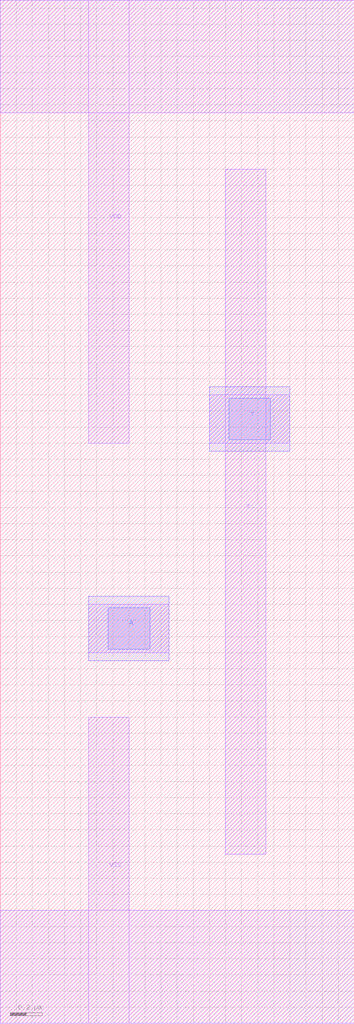
<source format=lef>
# Copyright 2022 Google LLC
# Licensed under the Apache License, Version 2.0 (the "License");
# you may not use this file except in compliance with the License.
# You may obtain a copy of the License at
#
#      http://www.apache.org/licenses/LICENSE-2.0
#
# Unless required by applicable law or agreed to in writing, software
# distributed under the License is distributed on an "AS IS" BASIS,
# WITHOUT WARRANTIES OR CONDITIONS OF ANY KIND, either express or implied.
# See the License for the specific language governing permissions and
# limitations under the License.
VERSION 5.7 ;
BUSBITCHARS "[]" ;
DIVIDERCHAR "/" ;

MACRO gf180mcu_osu_sc_gp9t3v3__inv_1
  CLASS CORE ;
  ORIGIN 0 0 ;
  FOREIGN gf180mcu_osu_sc_gp9t3v3__inv_1 0 0 ;
  SIZE 2.2 BY 6.35 ;
  SYMMETRY X Y ;
  SITE gf180mcu_osu_sc_gp9t3v3 ;
  PIN VDD
    DIRECTION INOUT ;
    USE POWER ;
    SHAPE ABUTMENT ;
    PORT
      LAYER Metal1 ;
        RECT 0 5.65 2.2 6.35 ;
        RECT 0.55 3.6 0.8 6.35 ;
    END
  END VDD
  PIN VSS
    DIRECTION INOUT ;
    USE GROUND ;
    SHAPE ABUTMENT ;
    PORT
      LAYER Metal1 ;
        RECT 0 0 2.2 0.7 ;
        RECT 0.55 0 0.8 1.9 ;
    END
  END VSS
  PIN A
    DIRECTION INPUT ;
    USE SIGNAL ;
    PORT
      LAYER Metal1 ;
        RECT 0.55 2.3 1.05 2.6 ;
      LAYER Metal2 ;
        RECT 0.55 2.25 1.05 2.65 ;
      LAYER Via1 ;
        RECT 0.67 2.32 0.93 2.58 ;
    END
  END A
  PIN Y
    DIRECTION OUTPUT ;
    USE SIGNAL ;
    PORT
      LAYER Metal1 ;
        RECT 1.3 3.6 1.8 3.9 ;
        RECT 1.4 1.05 1.65 5.3 ;
      LAYER Metal2 ;
        RECT 1.3 3.55 1.8 3.95 ;
      LAYER Via1 ;
        RECT 1.42 3.62 1.68 3.88 ;
    END
  END Y
END gf180mcu_osu_sc_gp9t3v3__inv_1

</source>
